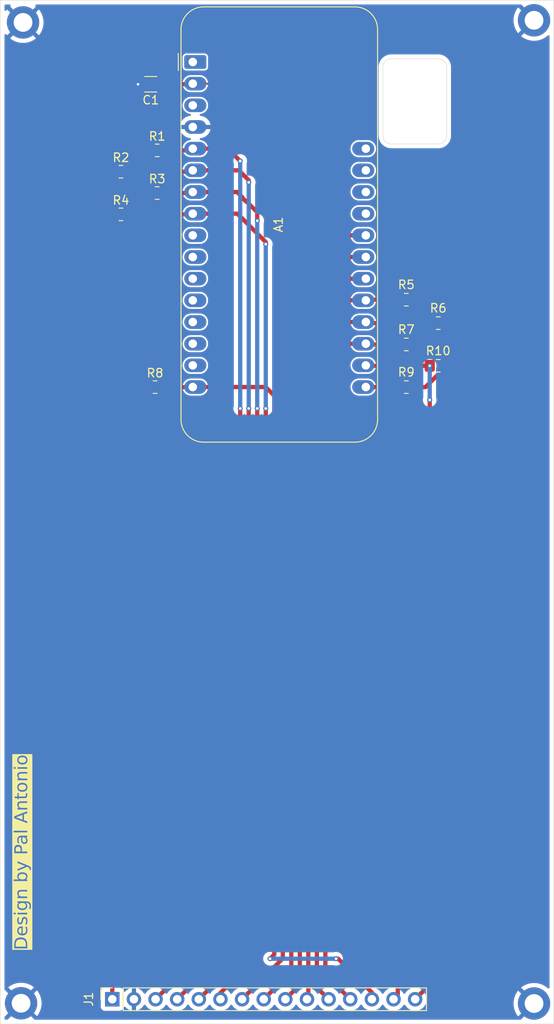
<source format=kicad_pcb>
(kicad_pcb (version 20240108) (generator "pcbnew") (generator_version "8.0")
  (layers (0 "F.Cu" signal) (31 "B.Cu" signal) (34 "B.Paste" user) (35 "F.Paste" user) (36 "B.SilkS" user "B.Silkscreen") (37 "F.SilkS" user "F.Silkscreen") (38 "B.Mask" user) (39 "F.Mask" user) (44 "Edge.Cuts" user))
  (net 0 "")
  (net 1 "COL1")
  (net 4 "ROW1")
  (net 6 "ROW3")
  (net 8 "ENC_DT")
  (net 9 "ENC_CLK")
  (net 14 "GND")
  (net 15 "OLED_SDA")
  (net 16 "COL0")
  (net 18 "+3.3V")
  (net 19 "ROW0")
  (net 20 "COL2")
  (net 23 "ROW2")
  (net 24 "OLED_SCL")
  (net 25 "BT_SELECT")
  (net 27 "ENC_SW")
  (footprint "Resistor_SMD:R_0805_2012Metric_Pad1.20x1.40mm_HandSolder" (layer "F.Cu") (at 34 33.5)
    (property "Reference" "R1" (at 0 -1.65 0) (layer "F.SilkS"))
    (property "Value" "10k" (hide yes))
    (fp_line (start -0.227064 -0.735) (end 0.227064 -0.735) (stroke (width 0.12)) (layer "F.SilkS"))
    (fp_line (start -0.227064 0.735) (end 0.227064 0.735) (stroke (width 0.12)) (layer "F.SilkS"))
    (pad "1" smd roundrect (at -1 0) (size 1.2 1.4) (layers "F.Cu" "F.Paste" "F.Mask") (roundrect_rratio 0.208333) (net 18 "+3.3V"))
    (pad "2" smd roundrect (at 1 0) (size 1.2 1.4) (layers "F.Cu" "F.Paste" "F.Mask") (roundrect_rratio 0.208333) (net 8 "ENC_DT"))
  )
  (footprint "Connector_PinSocket_2.54mm:PinSocket_1x15_P2.54mm_Vertical" (layer "F.Cu") (at 28.73 133 90)
    (property "Reference" "J1" (at 0 -2.77 90) (layer "F.SilkS"))
    (property "Value" "Conn_01x15_Socket" (hide yes))
    (fp_line (start 1.33 -1.33) (end 1.33 0) (stroke (width 0.12)) (layer "F.SilkS"))
    (fp_line (start 0 -1.33) (end 1.33 -1.33) (stroke (width 0.12)) (layer "F.SilkS"))
    (fp_line (start 1.33 1.27) (end 1.33 36.89) (stroke (width 0.12)) (layer "F.SilkS"))
    (fp_line (start -1.33 1.27) (end 1.33 1.27) (stroke (width 0.12)) (layer "F.SilkS"))
    (fp_line (start -1.33 1.27) (end -1.33 36.89) (stroke (width 0.12)) (layer "F.SilkS"))
    (fp_line (start -1.33 36.89) (end 1.33 36.89) (stroke (width 0.12)) (layer "F.SilkS"))
    (pad "1" thru_hole rect (at 0 0 90) (size 1.7 1.7) (drill 1) (layers "*.Cu" "*.Mask") (net 18 "+3.3V"))
    (pad "2" thru_hole oval (at 0 2.54 90) (size 1.7 1.7) (drill 1) (layers "*.Cu" "*.Mask") (net 14 "GND"))
    (pad "3" thru_hole oval (at 0 5.08 90) (size 1.7 1.7) (drill 1) (layers "*.Cu" "*.Mask") (net 8 "ENC_DT"))
    (pad "4" thru_hole oval (at 0 7.62 90) (size 1.7 1.7) (drill 1) (layers "*.Cu" "*.Mask") (net 25 "BT_SELECT"))
    (pad "5" thru_hole oval (at 0 10.16 90) (size 1.7 1.7) (drill 1) (layers "*.Cu" "*.Mask") (net 27 "ENC_SW"))
    (pad "6" thru_hole oval (at 0 12.7 90) (size 1.7 1.7) (drill 1) (layers "*.Cu" "*.Mask") (net 9 "ENC_CLK"))
    (pad "7" thru_hole oval (at 0 15.24 90) (size 1.7 1.7) (drill 1) (layers "*.Cu" "*.Mask") (net 16 "COL0"))
    (pad "8" thru_hole oval (at 0 17.78 90) (size 1.7 1.7) (drill 1) (layers "*.Cu" "*.Mask") (net 1 "COL1"))
    (pad "9" thru_hole oval (at 0 20.32 90) (size 1.7 1.7) (drill 1) (layers "*.Cu" "*.Mask") (net 20 "COL2"))
    (pad "10" thru_hole oval (at 0 22.86 90) (size 1.7 1.7) (drill 1) (layers "*.Cu" "*.Mask") (net 6 "ROW3"))
    (pad "11" thru_hole oval (at 0 25.4 90) (size 1.7 1.7) (drill 1) (layers "*.Cu" "*.Mask") (net 23 "ROW2"))
    (pad "12" thru_hole oval (at 0 27.94 90) (size 1.7 1.7) (drill 1) (layers "*.Cu" "*.Mask") (net 4 "ROW1"))
    (pad "13" thru_hole oval (at 0 30.48 90) (size 1.7 1.7) (drill 1) (layers "*.Cu" "*.Mask") (net 19 "ROW0"))
    (pad "14" thru_hole oval (at 0 33.02 90) (size 1.7 1.7) (drill 1) (layers "*.Cu" "*.Mask") (net 15 "OLED_SDA"))
    (pad "15" thru_hole oval (at 0 35.56 90) (size 1.7 1.7) (drill 1) (layers "*.Cu" "*.Mask") (net 24 "OLED_SCL"))
  )
  (footprint "Resistor_SMD:R_0805_2012Metric_Pad1.20x1.40mm_HandSolder" (layer "F.Cu") (at 29.75 41)
    (property "Reference" "R4" (at 0 -1.65 0) (layer "F.SilkS"))
    (property "Value" "10k" (hide yes))
    (fp_line (start -0.227064 -0.735) (end 0.227064 -0.735) (stroke (width 0.12)) (layer "F.SilkS"))
    (fp_line (start -0.227064 0.735) (end 0.227064 0.735) (stroke (width 0.12)) (layer "F.SilkS"))
    (pad "1" smd roundrect (at -1 0) (size 1.2 1.4) (layers "F.Cu" "F.Paste" "F.Mask") (roundrect_rratio 0.208333) (net 18 "+3.3V"))
    (pad "2" smd roundrect (at 1 0) (size 1.2 1.4) (layers "F.Cu" "F.Paste" "F.Mask") (roundrect_rratio 0.208333) (net 9 "ENC_CLK"))
  )
  (footprint "Resistor_SMD:R_0805_2012Metric_Pad1.20x1.40mm_HandSolder" (layer "F.Cu") (at 63.25 51 180)
    (property "Reference" "R5" (at 0 1.75 360) (layer "F.SilkS"))
    (property "Value" "10k" (hide yes))
    (fp_line (start -0.227064 0.735) (end 0.227064 0.735) (stroke (width 0.12)) (layer "F.SilkS"))
    (fp_line (start -0.227064 -0.735) (end 0.227064 -0.735) (stroke (width 0.12)) (layer "F.SilkS"))
    (pad "1" smd roundrect (at -1 0 180) (size 1.2 1.4) (layers "F.Cu" "F.Paste" "F.Mask") (roundrect_rratio 0.208333) (net 18 "+3.3V"))
    (pad "2" smd roundrect (at 1 0 180) (size 1.2 1.4) (layers "F.Cu" "F.Paste" "F.Mask") (roundrect_rratio 0.208333) (net 6 "ROW3"))
  )
  (footprint "Resistor_SMD:R_0805_2012Metric_Pad1.20x1.40mm_HandSolder" (layer "F.Cu") (at 33.75 61.25)
    (property "Reference" "R8" (at 0 -1.65 0) (layer "F.SilkS"))
    (property "Value" "10k" (hide yes))
    (fp_line (start -0.227064 -0.735) (end 0.227064 -0.735) (stroke (width 0.12)) (layer "F.SilkS"))
    (fp_line (start -0.227064 0.735) (end 0.227064 0.735) (stroke (width 0.12)) (layer "F.SilkS"))
    (pad "1" smd roundrect (at -1 0) (size 1.2 1.4) (layers "F.Cu" "F.Paste" "F.Mask") (roundrect_rratio 0.208333) (net 18 "+3.3V"))
    (pad "2" smd roundrect (at 1 0) (size 1.2 1.4) (layers "F.Cu" "F.Paste" "F.Mask") (roundrect_rratio 0.208333) (net 19 "ROW0"))
  )
  (footprint "Resistor_SMD:R_0805_2012Metric_Pad1.20x1.40mm_HandSolder" (layer "F.Cu") (at 67 53.75 180)
    (property "Reference" "R6" (at 0 1.75 360) (layer "F.SilkS"))
    (property "Value" "10k" (hide yes))
    (fp_line (start -0.227064 0.735) (end 0.227064 0.735) (stroke (width 0.12)) (layer "F.SilkS"))
    (fp_line (start -0.227064 -0.735) (end 0.227064 -0.735) (stroke (width 0.12)) (layer "F.SilkS"))
    (pad "1" smd roundrect (at -1 0 180) (size 1.2 1.4) (layers "F.Cu" "F.Paste" "F.Mask") (roundrect_rratio 0.208333) (net 18 "+3.3V"))
    (pad "2" smd roundrect (at 1 0 180) (size 1.2 1.4) (layers "F.Cu" "F.Paste" "F.Mask") (roundrect_rratio 0.208333) (net 23 "ROW2"))
  )
  (footprint "Resistor_SMD:R_0805_2012Metric_Pad1.20x1.40mm_HandSolder" (layer "F.Cu") (at 67 58.75 180)
    (property "Reference" "R10" (at 0 1.75 360) (layer "F.SilkS"))
    (property "Value" "10k" (hide yes))
    (fp_line (start -0.227064 0.735) (end 0.227064 0.735) (stroke (width 0.12)) (layer "F.SilkS"))
    (fp_line (start -0.227064 -0.735) (end 0.227064 -0.735) (stroke (width 0.12)) (layer "F.SilkS"))
    (pad "1" smd roundrect (at -1 0 180) (size 1.2 1.4) (layers "F.Cu" "F.Paste" "F.Mask") (roundrect_rratio 0.208333) (net 18 "+3.3V"))
    (pad "2" smd roundrect (at 1 0 180) (size 1.2 1.4) (layers "F.Cu" "F.Paste" "F.Mask") (roundrect_rratio 0.208333) (net 24 "OLED_SCL"))
  )
  (footprint "Module:Adafruit_Feather" (layer "F.Cu") (at 38.18 23.14)
    (property "Reference" "A1" (at 10.0525 19.05 90) (layer "F.SilkS"))
    (property "Value" "Adafruit_Feather_V2")
    (fp_line (start -1.7 1) (end -1.7 -1) (stroke (width 0.12)) (layer "F.SilkS"))
    (fp_line (start -1.38 -3.81) (end -1.38 41.91) (stroke (width 0.12)) (layer "F.SilkS"))
    (fp_line (start 19.05 -6.46) (end 1.27 -6.46) (stroke (width 0.12)) (layer "F.SilkS"))
    (fp_line (start 19.05 44.56) (end 1.27 44.56) (stroke (width 0.12)) (layer "F.SilkS"))
    (fp_line (start 21.7 -3.81) (end 21.7 41.91) (stroke (width 0.12)) (layer "F.SilkS"))
    (fp_arc (start -1.38 -3.81) (mid -0.603833 -5.683833) (end 1.27 -6.46) (stroke (width 0.12)) (layer "F.SilkS"))
    (fp_arc (start 1.27 44.56) (mid -0.603833 43.783833) (end -1.38 41.91) (stroke (width 0.12)) (layer "F.SilkS"))
    (fp_arc (start 19.05 -6.46) (mid 20.923833 -5.683833) (end 21.7 -3.81) (stroke (width 0.12)) (layer "F.SilkS"))
    (fp_arc (start 21.7 41.91) (mid 20.923833 43.783833) (end 19.05 44.56) (stroke (width 0.12)) (layer "F.SilkS"))
    (pad "1" thru_hole roundrect (at 0 0) (size 2.6 1.6) (drill 1 (offset 0.3 0)) (layers "*.Cu" "*.Mask") (roundrect_rratio 0.15625))
    (pad "2" thru_hole oval (at 0 2.54) (size 2.6 1.6) (drill 1 (offset 0.3 0)) (layers "*.Cu" "*.Mask") (net 18 "+3.3V"))
    (pad "3" thru_hole oval (at 0 5.08) (size 2.6 1.6) (drill 1 (offset 0.3 0)) (layers "*.Cu" "*.Mask"))
    (pad "4" thru_hole oval (at 0 7.62) (size 2.6 1.6) (drill 1 (offset 0.3 0)) (layers "*.Cu" "*.Mask") (net 14 "GND"))
    (pad "5" thru_hole oval (at 0 10.16) (size 2.6 1.6) (drill 1 (offset 0.3 0)) (layers "*.Cu" "*.Mask") (net 8 "ENC_DT"))
    (pad "6" thru_hole oval (at 0 12.7) (size 2.6 1.6) (drill 1 (offset 0.3 0)) (layers "*.Cu" "*.Mask") (net 25 "BT_SELECT"))
    (pad "7" thru_hole oval (at 0 15.24) (size 2.6 1.6) (drill 1 (offset 0.3 0)) (layers "*.Cu" "*.Mask") (net 27 "ENC_SW"))
    (pad "8" thru_hole oval (at 0 17.78) (size 2.6 1.6) (drill 1 (offset 0.3 0)) (layers "*.Cu" "*.Mask") (net 9 "ENC_CLK"))
    (pad "9" thru_hole oval (at 0 20.32) (size 2.6 1.6) (drill 1 (offset 0.3 0)) (layers "*.Cu" "*.Mask"))
    (pad "10" thru_hole oval (at 0 22.86) (size 2.6 1.6) (drill 1 (offset 0.3 0)) (layers "*.Cu" "*.Mask"))
    (pad "11" thru_hole oval (at 0 25.4) (size 2.6 1.6) (drill 1 (offset 0.3 0)) (layers "*.Cu" "*.Mask"))
    (pad "12" thru_hole oval (at 0 27.94) (size 2.6 1.6) (drill 1 (offset 0.3 0)) (layers "*.Cu" "*.Mask"))
    (pad "13" thru_hole oval (at 0 30.48) (size 2.6 1.6) (drill 1 (offset 0.3 0)) (layers "*.Cu" "*.Mask"))
    (pad "14" thru_hole oval (at 0 33.02) (size 2.6 1.6) (drill 1 (offset 0.3 0)) (layers "*.Cu" "*.Mask"))
    (pad "15" thru_hole oval (at 0 35.56) (size 2.6 1.6) (drill 1 (offset 0.3 0)) (layers "*.Cu" "*.Mask"))
    (pad "16" thru_hole oval (at 0 38.1) (size 2.6 1.6) (drill 1 (offset 0.3 0)) (layers "*.Cu" "*.Mask") (net 19 "ROW0"))
    (pad "17" thru_hole oval (at 20.32 38.1 180) (size 2.6 1.6) (drill 1 (offset 0.3 0)) (layers "*.Cu" "*.Mask") (net 15 "OLED_SDA"))
    (pad "18" thru_hole oval (at 20.32 35.56 180) (size 2.6 1.6) (drill 1 (offset 0.3 0)) (layers "*.Cu" "*.Mask") (net 24 "OLED_SCL"))
    (pad "19" thru_hole oval (at 20.32 33.02 180) (size 2.6 1.6) (drill 1 (offset 0.3 0)) (layers "*.Cu" "*.Mask") (net 4 "ROW1"))
    (pad "20" thru_hole oval (at 20.32 30.48 180) (size 2.6 1.6) (drill 1 (offset 0.3 0)) (layers "*.Cu" "*.Mask") (net 23 "ROW2"))
    (pad "21" thru_hole oval (at 20.32 27.94 180) (size 2.6 1.6) (drill 1 (offset 0.3 0)) (layers "*.Cu" "*.Mask") (net 6 "ROW3"))
    (pad "22" thru_hole oval (at 20.32 25.4 180) (size 2.6 1.6) (drill 1 (offset 0.3 0)) (layers "*.Cu" "*.Mask") (net 20 "COL2"))
    (pad "23" thru_hole oval (at 20.32 22.86 180) (size 2.6 1.6) (drill 1 (offset 0.3 0)) (layers "*.Cu" "*.Mask") (net 1 "COL1"))
    (pad "24" thru_hole oval (at 20.32 20.32 180) (size 2.6 1.6) (drill 1 (offset 0.3 0)) (layers "*.Cu" "*.Mask") (net 16 "COL0"))
    (pad "25" thru_hole oval (at 20.32 17.78 180) (size 2.6 1.6) (drill 1 (offset 0.3 0)) (layers "*.Cu" "*.Mask"))
    (pad "26" thru_hole oval (at 20.32 15.24 180) (size 2.6 1.6) (drill 1 (offset 0.3 0)) (layers "*.Cu" "*.Mask"))
    (pad "27" thru_hole oval (at 20.32 12.7 180) (size 2.6 1.6) (drill 1 (offset 0.3 0)) (layers "*.Cu" "*.Mask"))
    (pad "28" thru_hole oval (at 20.32 10.16 180) (size 2.6 1.6) (drill 1 (offset 0.3 0)) (layers "*.Cu" "*.Mask"))
  )
  (footprint "MountingHole:MountingHole_2.2mm_M2_DIN965_Pad" (layer "F.Cu") (at 78.25 133.5)
    (property "Reference" "H3" (hide yes))
    (property "Value" "MountingHole_Pad" (hide yes))
    (pad "1" thru_hole circle (at 0 0) (size 3.8 3.8) (drill 2.2) (layers "*.Cu" "*.Mask") (net 14 "GND"))
  )
  (footprint "Resistor_SMD:R_0805_2012Metric_Pad1.20x1.40mm_HandSolder" (layer "F.Cu") (at 34 38.5)
    (property "Reference" "R3" (at 0 -1.65 0) (layer "F.SilkS"))
    (property "Value" "10k" (hide yes))
    (fp_line (start -0.227064 -0.735) (end 0.227064 -0.735) (stroke (width 0.12)) (layer "F.SilkS"))
    (fp_line (start -0.227064 0.735) (end 0.227064 0.735) (stroke (width 0.12)) (layer "F.SilkS"))
    (pad "1" smd roundrect (at -1 0) (size 1.2 1.4) (layers "F.Cu" "F.Paste" "F.Mask") (roundrect_rratio 0.208333) (net 18 "+3.3V"))
    (pad "2" smd roundrect (at 1 0) (size 1.2 1.4) (layers "F.Cu" "F.Paste" "F.Mask") (roundrect_rratio 0.208333) (net 27 "ENC_SW"))
  )
  (footprint "Capacitor_SMD:C_1206_3216Metric_Pad1.33x1.80mm_HandSolder" (layer "F.Cu") (at 33.25 25.75 180)
    (property "Reference" "C1" (at 0 -1.85 360) (layer "F.SilkS"))
    (property "Value" "100nF" (hide yes))
    (fp_line (start -0.711252 0.91) (end 0.711252 0.91) (stroke (width 0.12)) (layer "F.SilkS"))
    (fp_line (start -0.711252 -0.91) (end 0.711252 -0.91) (stroke (width 0.12)) (layer "F.SilkS"))
    (pad "1" smd roundrect (at -1.5625 0 180) (size 1.325 1.8) (layers "F.Cu" "F.Paste" "F.Mask") (roundrect_rratio 0.188679) (net 18 "+3.3V"))
    (pad "2" smd roundrect (at 1.5625 0 180) (size 1.325 1.8) (layers "F.Cu" "F.Paste" "F.Mask") (roundrect_rratio 0.188679) (net 14 "GND"))
  )
  (footprint "MountingHole:MountingHole_2.2mm_M2_DIN965_Pad" (layer "F.Cu") (at 78.25 18.25)
    (property "Reference" "H2" (hide yes))
    (property "Value" "MountingHole_Pad" (hide yes))
    (pad "1" thru_hole circle (at 0 0) (size 3.8 3.8) (drill 2.2) (layers "*.Cu" "*.Mask") (net 14 "GND"))
  )
  (footprint "Resistor_SMD:R_0805_2012Metric_Pad1.20x1.40mm_HandSolder" (layer "F.Cu") (at 29.75 36)
    (property "Reference" "R2" (at 0 -1.65 0) (layer "F.SilkS"))
    (property "Value" "10k" (hide yes))
    (fp_line (start -0.227064 -0.735) (end 0.227064 -0.735) (stroke (width 0.12)) (layer "F.SilkS"))
    (fp_line (start -0.227064 0.735) (end 0.227064 0.735) (stroke (width 0.12)) (layer "F.SilkS"))
    (pad "1" smd roundrect (at -1 0) (size 1.2 1.4) (layers "F.Cu" "F.Paste" "F.Mask") (roundrect_rratio 0.208333) (net 18 "+3.3V"))
    (pad "2" smd roundrect (at 1 0) (size 1.2 1.4) (layers "F.Cu" "F.Paste" "F.Mask") (roundrect_rratio 0.208333) (net 25 "BT_SELECT"))
  )
  (footprint "Resistor_SMD:R_0805_2012Metric_Pad1.20x1.40mm_HandSolder" (layer "F.Cu") (at 63.25 61.25 180)
    (property "Reference" "R9" (at 0 1.75 360) (layer "F.SilkS"))
    (property "Value" "10k" (hide yes))
    (fp_line (start -0.227064 0.735) (end 0.227064 0.735) (stroke (width 0.12)) (layer "F.SilkS"))
    (fp_line (start -0.227064 -0.735) (end 0.227064 -0.735) (stroke (width 0.12)) (layer "F.SilkS"))
    (pad "1" smd roundrect (at -1 0 180) (size 1.2 1.4) (layers "F.Cu" "F.Paste" "F.Mask") (roundrect_rratio 0.208333) (net 18 "+3.3V"))
    (pad "2" smd roundrect (at 1 0 180) (size 1.2 1.4) (layers "F.Cu" "F.Paste" "F.Mask") (roundrect_rratio 0.208333) (net 15 "OLED_SDA"))
  )
  (footprint "MountingHole:MountingHole_2.2mm_M2_DIN965_Pad" (layer "F.Cu") (at 18.02 133.4725)
    (property "Reference" "H4" (hide yes))
    (property "Value" "MountingHole_Pad" (hide yes))
    (pad "1" thru_hole circle (at 0 0) (size 3.8 3.8) (drill 2.2) (layers "*.Cu" "*.Mask") (net 14 "GND"))
  )
  (footprint "MountingHole:MountingHole_2.2mm_M2_DIN965_Pad" (layer "F.Cu") (at 18.25 18.5)
    (property "Reference" "H1" (hide yes))
    (property "Value" "MountingHole_Pad" (hide yes))
    (pad "1" thru_hole circle (at 0 0) (size 3.8 3.8) (drill 2.2) (layers "*.Cu" "*.Mask") (net 14 "GND"))
  )
  (footprint "Resistor_SMD:R_0805_2012Metric_Pad1.20x1.40mm_HandSolder" (layer "F.Cu") (at 63.25 56.25 180)
    (property "Reference" "R7" (at 0 1.75 360) (layer "F.SilkS"))
    (property "Value" "10k" (hide yes))
    (fp_line (start -0.227064 0.735) (end 0.227064 0.735) (stroke (width 0.12)) (layer "F.SilkS"))
    (fp_line (start -0.227064 -0.735) (end 0.227064 -0.735) (stroke (width 0.12)) (layer "F.SilkS"))
    (pad "1" smd roundrect (at -1 0 180) (size 1.2 1.4) (layers "F.Cu" "F.Paste" "F.Mask") (roundrect_rratio 0.208333) (net 18 "+3.3V"))
    (pad "2" smd roundrect (at 1 0 180) (size 1.2 1.4) (layers "F.Cu" "F.Paste" "F.Mask") (roundrect_rratio 0.208333) (net 4 "ROW1"))
  )
  (gr_arc (start 60.5 23.75) (mid 60.792893 23.042893) (end 61.5 22.75) (stroke (width 0.05)) (layer "Edge.Cuts"))
  (gr_line (start 60.5 31.75) (end 60.5 23.75) (stroke (width 0.05)) (layer "Edge.Cuts"))
  (gr_arc (start 61.5 32.75) (mid 60.792893 32.457107) (end 60.5 31.75) (stroke (width 0.05)) (layer "Edge.Cuts"))
  (gr_rect (start 15.57 15.8975) (end 80.57 135.8975) (stroke (width 0.05)) (fill none) (layer "Edge.Cuts"))
  (gr_arc (start 67 22.75) (mid 67.707107 23.042893) (end 68 23.75) (stroke (width 0.05)) (layer "Edge.Cuts"))
  (gr_line (start 68 23.75) (end 68 31.75) (stroke (width 0.05)) (layer "Edge.Cuts"))
  (gr_line (start 67 32.75) (end 61.5 32.75) (stroke (width 0.05)) (layer "Edge.Cuts"))
  (gr_arc (start 68 31.75) (mid 67.707107 32.457107) (end 67 32.75) (stroke (width 0.05)) (layer "Edge.Cuts"))
  (gr_line (start 61.5 22.75) (end 67 22.75) (stroke (width 0.05)) (layer "Edge.Cuts"))
  (gr_text "Design by Pal Antonio" (at 19 127.25 90) (layer "F.SilkS" knockout) (effects (font (size 1.5 1.5) (thickness 0.1)) (justify left bottom)))
  (segment (start 49.75 129.76) (end 49.75 49) (width 0.5) (layer "F.Cu") (net 1))
  (segment (start 46.51 133) (end 49.75 129.76) (width 0.5) (layer "F.Cu") (net 1))
  (segment (start 52.75 46) (end 58.472233 46) (width 0.5) (layer "F.Cu") (net 1))
  (segment (start 49.75 49) (end 52.75 46) (width 0.5) (layer "F.Cu") (net 1))
  (segment (start 54.59 56.16) (end 58.472233 56.16) (width 0.5) (layer "F.Cu") (net 4))
  (segment (start 53.75 130.08) (end 53.75 57) (width 0.5) (layer "F.Cu") (net 4))
  (segment (start 53.75 57) (end 54.59 56.16) (width 0.5) (layer "F.Cu") (net 4))
  (segment (start 62.25 56.25) (end 58.59 56.25) (width 0.5) (layer "F.Cu") (net 4))
  (segment (start 56.67 133) (end 53.75 130.08) (width 0.5) (layer "F.Cu") (net 4))
  (segment (start 62.25 51) (end 58.58 51) (width 0.5) (layer "F.Cu") (net 6))
  (segment (start 51.75 132.84) (end 51.75 53.25) (width 0.5) (layer "F.Cu") (net 6))
  (segment (start 53.92 51.08) (end 58.472233 51.08) (width 0.5) (layer "F.Cu") (net 6))
  (segment (start 51.75 53.25) (end 53.92 51.08) (width 0.5) (layer "F.Cu") (net 6))
  (segment (start 42.3 33.3) (end 38.18 33.3) (width 0.5) (layer "F.Cu") (net 8))
  (segment (start 43.75 34.75) (end 42.3 33.3) (width 0.5) (layer "F.Cu") (net 8))
  (segment (start 43.75 123.06) (end 33.81 133) (width 0.5) (layer "F.Cu") (net 8))
  (segment (start 35 33.5) (end 37.98 33.5) (width 0.5) (layer "F.Cu") (net 8))
  (segment (start 43.75 63.75) (end 43.75 123.06) (width 0.5) (layer "F.Cu") (net 8))
  (via (at 43.75 34.75) (size 0.6) (drill 0.3) (layers "F.Cu" "B.Cu") (net 8))
  (via (at 43.75 63.75) (size 0.6) (drill 0.3) (layers "F.Cu" "B.Cu") (net 8))
  (segment (start 43.75 34.75) (end 43.75 63.75) (width 0.5) (layer "B.Cu") (net 8))
  (segment (start 46.75 44.25) (end 43.42 40.92) (width 0.5) (layer "F.Cu") (net 9))
  (segment (start 46.75 44.5) (end 46.75 44.25) (width 0.5) (layer "F.Cu") (net 9))
  (segment (start 46.75 63.75) (end 46.75 126.939339) (width 0.5) (layer "F.Cu") (net 9))
  (segment (start 43.42 40.92) (end 38.18 40.92) (width 0.5) (layer "F.Cu") (net 9))
  (segment (start 30.75 41) (end 38.1 41) (width 0.5) (layer "F.Cu") (net 9))
  (segment (start 46.75 126.939339) (end 41.43 132.259339) (width 0.5) (layer "F.Cu") (net 9))
  (segment (start 41.43 132.259339) (end 41.43 133) (width 0.5) (layer "F.Cu") (net 9))
  (via (at 46.75 63.75) (size 0.6) (drill 0.3) (layers "F.Cu" "B.Cu") (net 9))
  (via (at 46.75 44.5) (size 0.6) (drill 0.3) (layers "F.Cu" "B.Cu") (net 9))
  (segment (start 46.75 63.75) (end 46.75 44.5) (width 0.5) (layer "B.Cu") (net 9))
  (via (at 31.75 25.75) (size 0.6) (drill 0.3) (layers "F.Cu" "B.Cu") (net 14))
  (segment (start 62.25 132.5) (end 61.75 133) (width 0.5) (layer "F.Cu") (net 15))
  (segment (start 58.5 61.24) (end 62.24 61.24) (width 0.5) (layer "F.Cu") (net 15))
  (segment (start 62.25 61.25) (end 58.51 61.25) (width 0.5) (layer "F.Cu") (net 15))
  (segment (start 62.25 61.25) (end 62.25 132.5) (width 0.5) (layer "F.Cu") (net 15))
  (segment (start 52.04 43.46) (end 48.75 46.75) (width 0.5) (layer "F.Cu") (net 16))
  (segment (start 58.5 43.46) (end 52.04 43.46) (width 0.5) (layer "F.Cu") (net 16))
  (segment (start 48.75 46.75) (end 48.75 128.22) (width 0.5) (layer "F.Cu") (net 16))
  (segment (start 48.75 128.22) (end 43.97 133) (width 0.5) (layer "F.Cu") (net 16))
  (segment (start 46.93 25.68) (end 50.25 29) (width 0.25) (layer "F.Cu") (net 18))
  (segment (start 33 33.5) (end 28.73 33.5) (width 0.5) (layer "F.Cu") (net 18))
  (segment (start 68 58.75) (end 68 56.25) (width 0.5) (layer "F.Cu") (net 18))
  (segment (start 63 42.25) (end 64.25 43.5) (width 0.25) (layer "F.Cu") (net 18))
  (segment (start 34.8125 25.75) (end 34.25 25.75) (width 0.5) (layer "F.Cu") (net 18))
  (segment (start 38.18 25.68) (end 46.93 25.68) (width 0.25) (layer "F.Cu") (net 18))
  (segment (start 68 56.25) (end 68 53.75) (width 0.5) (layer "F.Cu") (net 18))
  (segment (start 53 42.25) (end 63 42.25) (width 0.25) (layer "F.Cu") (net 18))
  (segment (start 28.73 133) (end 28.73 61.25) (width 0.5) (layer "F.Cu") (net 18))
  (segment (start 50.25 39.5) (end 53 42.25) (width 0.25) (layer "F.Cu") (net 18))
  (segment (start 64.25 56.25) (end 68 56.25) (width 0.5) (layer "F.Cu") (net 18))
  (segment (start 33 38.5) (end 28.73 38.5) (width 0.5) (layer "F.Cu") (net 18))
  (segment (start 28.73 61.25) (end 28.73 38.5) (width 0.5) (layer "F.Cu") (net 18))
  (segment (start 34.25 25.75) (end 28.73 31.27) (width 0.5) (layer "F.Cu") (net 18))
  (segment (start 34.8125 25.75) (end 38.11 25.75) (width 0.5) (layer "F.Cu") (net 18))
  (segment (start 28.73 31.27) (end 28.73 33.5) (width 0.5) (layer "F.Cu") (net 18))
  (segment (start 64.25 43.5) (end 64.25 51) (width 0.25) (layer "F.Cu") (net 18))
  (segment (start 65.5 61.25) (end 68 58.75) (width 0.5) (layer "F.Cu") (net 18))
  (segment (start 50.25 29) (end 50.25 39.5) (width 0.25) (layer "F.Cu") (net 18))
  (segment (start 28.73 33.5) (end 28.73 38.5) (width 0.5) (layer "F.Cu") (net 18))
  (segment (start 68 53.75) (end 65.25 51) (width 0.5) (layer "F.Cu") (net 18))
  (segment (start 65.25 51) (end 64.25 51) (width 0.5) (layer "F.Cu") (net 18))
  (segment (start 64.25 61.25) (end 65.5 61.25) (width 0.5) (layer "F.Cu") (net 18))
  (segment (start 32.75 61.25) (end 28.73 61.25) (width 0.5) (layer "F.Cu") (net 18))
  (segment (start 59.21 132.21) (end 59.21 133) (width 0.5) (layer "F.Cu") (net 19))
  (segment (start 47.25 128.25) (end 47.75 127.75) (width 0.5) (layer "F.Cu") (net 19))
  (segment (start 34.75 61.25) (end 38.17 61.25) (width 0.5) (layer "F.Cu") (net 19))
  (segment (start 47.75 127.75) (end 47.75 62.25) (width 0.5) (layer "F.Cu") (net 19))
  (segment (start 55 128.25) (end 55.25 128.25) (width 0.5) (layer "F.Cu") (net 19))
  (segment (start 55.25 128.25) (end 59.21 132.21) (width 0.5) (layer "F.Cu") (net 19))
  (segment (start 47.75 62.25) (end 46.74 61.24) (width 0.5) (layer "F.Cu") (net 19))
  (segment (start 46.74 61.24) (end 38.18 61.24) (width 0.5) (layer "F.Cu") (net 19))
  (via (at 55 128.25) (size 0.6) (drill 0.3) (layers "F.Cu" "B.Cu") (net 19))
  (via (at 47.25 128.25) (size 0.6) (drill 0.3) (layers "F.Cu" "B.Cu") (net 19))
  (segment (start 47.25 128.25) (end 55 128.25) (width 0.5) (layer "B.Cu") (net 19))
  (segment (start 50.75 131.3) (end 50.75 51.25) (width 0.5) (layer "F.Cu") (net 20))
  (segment (start 49.05 133) (end 50.75 131.3) (width 0.5) (layer "F.Cu") (net 20))
  (segment (start 50.75 51.25) (end 53.46 48.54) (width 0.5) (layer "F.Cu") (net 20))
  (segment (start 53.46 48.54) (end 58.472233 48.54) (width 0.5) (layer "F.Cu") (net 20))
  (segment (start 58.63 53.75) (end 66 53.75) (width 0.5) (layer "F.Cu") (net 23))
  (segment (start 54.38 53.62) (end 58.472233 53.62) (width 0.5) (layer "F.Cu") (net 23))
  (segment (start 52.75 131.62) (end 52.75 55.25) (width 0.5) (layer "F.Cu") (net 23))
  (segment (start 52.75 55.25) (end 54.38 53.62) (width 0.5) (layer "F.Cu") (net 23))
  (segment (start 54.13 133) (end 52.75 131.62) (width 0.5) (layer "F.Cu") (net 23))
  (segment (start 66 62.75) (end 66 131.29) (width 0.5) (layer "F.Cu") (net 24))
  (segment (start 66 131.29) (end 64.29 133) (width 0.5) (layer "F.Cu") (net 24))
  (segment (start 58.55 58.75) (end 66 58.75) (width 0.5) (layer "F.Cu") (net 24))
  (via (at 66 58.75) (size 0.6) (drill 0.3) (layers "F.Cu" "B.Cu") (net 24))
  (via (at 66 62.75) (size 0.6) (drill 0.3) (layers "F.Cu" "B.Cu") (net 24))
  (segment (start 66 62.75) (end 66 58.75) (width 0.5) (layer "B.Cu") (net 24))
  (segment (start 31.25 36) (end 38.02 36) (width 0.5) (layer "F.Cu") (net 25))
  (segment (start 43.59 35.84) (end 38.18 35.84) (width 0.5) (layer "F.Cu") (net 25))
  (segment (start 44.75 124.6) (end 36.35 133) (width 0.5) (layer "F.Cu") (net 25))
  (segment (start 44.75 63.75) (end 44.75 124.6) (width 0.5) (layer "F.Cu") (net 25))
  (segment (start 44.75 37) (end 43.59 35.84) (width 0.5) (layer "F.Cu") (net 25))
  (segment (start 44.75 37.25) (end 44.75 37) (width 0.5) (layer "F.Cu") (net 25))
  (via (at 44.75 37.25) (size 0.6) (drill 0.3) (layers "F.Cu" "B.Cu") (net 25))
  (via (at 44.75 63.75) (size 0.6) (drill 0.3) (layers "F.Cu" "B.Cu") (net 25))
  (segment (start 44.75 63.75) (end 44.75 37.25) (width 0.5) (layer "B.Cu") (net 25))
  (segment (start 45.75 126.14) (end 38.89 133) (width 0.5) (layer "F.Cu") (net 27))
  (segment (start 43.38 38.38) (end 38.18 38.38) (width 0.5) (layer "F.Cu") (net 27))
  (segment (start 45.75 41.75) (end 45.75 40.75) (width 0.5) (layer "F.Cu") (net 27))
  (segment (start 45.75 40.75) (end 44.5 39.5) (width 0.5) (layer "F.Cu") (net 27))
  (segment (start 35 38.5) (end 38.06 38.5) (width 0.5) (layer "F.Cu") (net 27))
  (segment (start 45.75 63.75) (end 45.75 126.14) (width 0.5) (layer "F.Cu") (net 27))
  (segment (start 44.439339 39.5) (end 44 39.060661) (width 0.5) (layer "F.Cu") (net 27))
  (segment (start 44 39) (end 43.38 38.38) (width 0.5) (layer "F.Cu") (net 27))
  (segment (start 44.5 39.5) (end 44.439339 39.5) (width 0.5) (layer "F.Cu") (net 27))
  (segment (start 44 39.060661) (end 44 39) (width 0.5) (layer "F.Cu") (net 27))
  (via (at 45.75 41.75) (size 0.6) (drill 0.3) (layers "F.Cu" "B.Cu") (net 27))
  (via (at 45.75 63.75) (size 0.6) (drill 0.3) (layers "F.Cu" "B.Cu") (net 27))
  (segment (start 45.75 63.75) (end 45.75 41.75) (width 0.5) (layer "B.Cu") (net 27))
  (zone (net 14) (net_name "GND") (layer "B.Cu") (connect_pads (clearance 0.5)) (min_thickness 0.25) (fill yes (thermal_gap 0.5) (thermal_bridge_width 0.5))
    (polygon (pts (xy 80.57 15.8975) (xy 80.57 135.8975) (xy 15.57 135.8975) (xy 15.57 15.8975)))
  )
)
</source>
